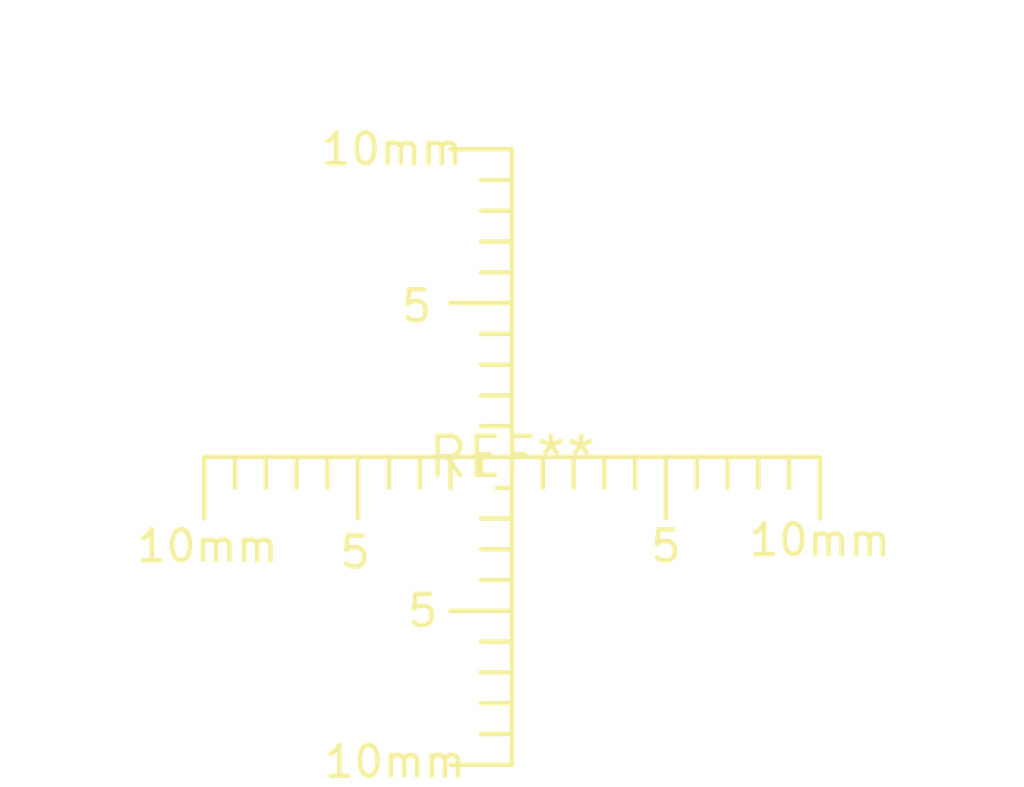
<source format=kicad_pcb>
(kicad_pcb (version 20240108) (generator pcbnew)
  (layers (0 "F.Cu" signal) (31 "B.Cu" signal) (34 "B.Paste" user) (35 "F.Paste" user) (36 "B.SilkS" user "B.Silkscreen") (37 "F.SilkS" user "F.Silkscreen") (38 "B.Mask" user) (39 "F.Mask" user) (44 "Edge.Cuts" user))
  (net 0 "")
  (footprint "Gauge_10mm_Type4_SilkScreenTop" (layer "F.Cu") (at 0 0)
    (property "Reference" "REF**")
    (property "Value" "Gauge_10mm_Type4_SilkScreenTop")
    (fp_line (start -9.99998 0) (end -9.99998 1.99898) (layer "F.SilkS") (stroke (width 0.15)))
    (fp_line (start -8.99922 0) (end -8.99922 1.00076) (layer "F.SilkS") (stroke (width 0.15)))
    (fp_line (start -8.001 0) (end -8.001 1.00076) (layer "F.SilkS") (stroke (width 0.15)))
    (fp_line (start -7.00024 0) (end -7.00024 1.00076) (layer "F.SilkS") (stroke (width 0.15)))
    (fp_line (start -5.99948 0) (end -5.99948 1.00076) (layer "F.SilkS") (stroke (width 0.15)))
    (fp_line (start -5.00126 0) (end -5.00126 1.99898) (layer "F.SilkS") (stroke (width 0.15)))
    (fp_line (start -4.0005 0) (end -4.0005 1.00076) (layer "F.SilkS") (stroke (width 0.15)))
    (fp_line (start -2.99974 0) (end -2.99974 1.00076) (layer "F.SilkS") (stroke (width 0.15)))
    (fp_line (start -1.99898 0) (end -1.99898 1.00076) (layer "F.SilkS") (stroke (width 0.15)))
    (fp_line (start -1.00076 0) (end -1.00076 0.50038) (layer "F.SilkS") (stroke (width 0.15)))
    (fp_line (start 0 -9.99998) (end -1.99898 -9.99998) (layer "F.SilkS") (stroke (width 0.15)))
    (fp_line (start 0 -8.99922) (end -1.00076 -8.99922) (layer "F.SilkS") (stroke (width 0.15)))
    (fp_line (start 0 -8.001) (end -1.00076 -8.001) (layer "F.SilkS") (stroke (width 0.15)))
    (fp_line (start 0 -7.00024) (end -1.00076 -7.00024) (layer "F.SilkS") (stroke (width 0.15)))
    (fp_line (start 0 -5.99948) (end -1.00076 -5.99948) (layer "F.SilkS") (stroke (width 0.15)))
    (fp_line (start 0 -5.00126) (end -1.99898 -5.00126) (layer "F.SilkS") (stroke (width 0.15)))
    (fp_line (start 0 -4.0005) (end -1.00076 -4.0005) (layer "F.SilkS") (stroke (width 0.15)))
    (fp_line (start 0 -2.99974) (end -1.00076 -2.99974) (layer "F.SilkS") (stroke (width 0.15)))
    (fp_line (start 0 -1.99898) (end -1.00076 -1.99898) (layer "F.SilkS") (stroke (width 0.15)))
    (fp_line (start 0 -1.00076) (end -1.00076 -1.00076) (layer "F.SilkS") (stroke (width 0.15)))
    (fp_line (start 0 0) (end -9.99998 0) (layer "F.SilkS") (stroke (width 0.15)))
    (fp_line (start 0 0) (end 0 -9.99998) (layer "F.SilkS") (stroke (width 0.15)))
    (fp_line (start 0 0) (end 0 1.99898) (layer "F.SilkS") (stroke (width 0.15)))
    (fp_line (start 0 0) (end 9.99998 0) (layer "F.SilkS") (stroke (width 0.15)))
    (fp_line (start 0 1.00076) (end -0.50038 1.00076) (layer "F.SilkS") (stroke (width 0.15)))
    (fp_line (start 0 1.99898) (end -1.00076 1.99898) (layer "F.SilkS") (stroke (width 0.15)))
    (fp_line (start 0 1.99898) (end 0 9.99998) (layer "F.SilkS") (stroke (width 0.15)))
    (fp_line (start 0 2.99974) (end -1.00076 2.99974) (layer "F.SilkS") (stroke (width 0.15)))
    (fp_line (start 0 4.0005) (end -1.00076 4.0005) (layer "F.SilkS") (stroke (width 0.15)))
    (fp_line (start 0 5.00126) (end -1.99898 5.00126) (layer "F.SilkS") (stroke (width 0.15)))
    (fp_line (start 0 5.99948) (end -1.00076 5.99948) (layer "F.SilkS") (stroke (width 0.15)))
    (fp_line (start 0 7.00024) (end -1.00076 7.00024) (layer "F.SilkS") (stroke (width 0.15)))
    (fp_line (start 0 8.001) (end -1.00076 8.001) (layer "F.SilkS") (stroke (width 0.15)))
    (fp_line (start 0 8.99922) (end -1.00076 8.99922) (layer "F.SilkS") (stroke (width 0.15)))
    (fp_line (start 0 9.99998) (end -1.99898 9.99998) (layer "F.SilkS") (stroke (width 0.15)))
    (fp_line (start 1.00076 0) (end 1.00076 1.00076) (layer "F.SilkS") (stroke (width 0.15)))
    (fp_line (start 1.99898 0) (end 1.99898 1.00076) (layer "F.SilkS") (stroke (width 0.15)))
    (fp_line (start 2.99974 0) (end 2.99974 1.00076) (layer "F.SilkS") (stroke (width 0.15)))
    (fp_line (start 4.0005 0) (end 4.0005 1.00076) (layer "F.SilkS") (stroke (width 0.15)))
    (fp_line (start 5.00126 0) (end 5.00126 1.99898) (layer "F.SilkS") (stroke (width 0.15)))
    (fp_line (start 5.99948 0) (end 5.99948 1.00076) (layer "F.SilkS") (stroke (width 0.15)))
    (fp_line (start 7.00024 0) (end 7.00024 1.00076) (layer "F.SilkS") (stroke (width 0.15)))
    (fp_line (start 8.001 0) (end 8.001 1.00076) (layer "F.SilkS") (stroke (width 0.15)))
    (fp_line (start 8.99922 0) (end 8.99922 1.00076) (layer "F.SilkS") (stroke (width 0.15)))
    (fp_line (start 9.99998 0) (end 9.99998 1.99898) (layer "F.SilkS") (stroke (width 0.15)))
    (fp_text user "10mm" (at -9.89838 2.90068 0) (layer "F.SilkS"))
    (fp_text user "10mm" (at -3.79984 9.90092 0) (layer "F.SilkS"))
    (fp_text user "10mm" (at -3.90144 -9.99998 0) (layer "F.SilkS"))
    (fp_text user "5" (at -5.10032 3.0988 0) (layer "F.SilkS"))
    (fp_text user "5" (at -2.90068 4.99872 0) (layer "F.SilkS"))
    (fp_text user "5" (at -3.10134 -4.89966 0) (layer "F.SilkS"))
    (fp_text user "10mm" (at 9.99998 2.70002 0) (layer "F.SilkS"))
    (fp_text user "5" (at 4.99872 2.90068 0) (layer "F.SilkS"))
  )
)
</source>
